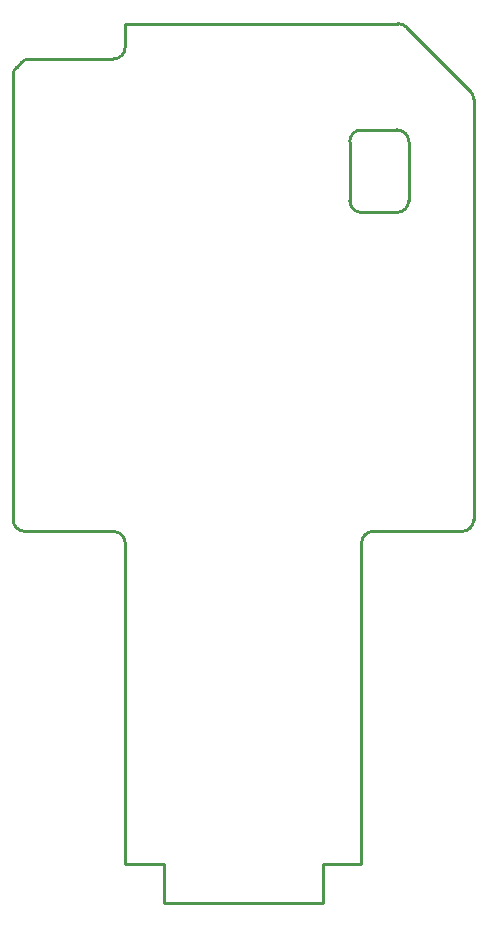
<source format=gbr>
%TF.GenerationSoftware,KiCad,Pcbnew,8.0.8*%
%TF.CreationDate,2025-03-31T21:39:46-04:00*%
%TF.ProjectId,vindriktrning-esp32-s3,76696e64-7269-46b7-9472-6e696e672d65,rev?*%
%TF.SameCoordinates,Original*%
%TF.FileFunction,Profile,NP*%
%FSLAX46Y46*%
G04 Gerber Fmt 4.6, Leading zero omitted, Abs format (unit mm)*
G04 Created by KiCad (PCBNEW 8.0.8) date 2025-03-31 21:39:46*
%MOMM*%
%LPD*%
G01*
G04 APERTURE LIST*
%TA.AperFunction,Profile*%
%ADD10C,0.250000*%
%TD*%
G04 APERTURE END LIST*
D10*
X82825000Y-81664248D02*
G75*
G02*
X83123819Y-80951207I1000500J-152D01*
G01*
X116325000Y-92250048D02*
X116325000Y-87250000D01*
X109025000Y-151750000D02*
X95625000Y-151750000D01*
X115324997Y-86250000D02*
G75*
G02*
X116325000Y-87250000I3J-1000000D01*
G01*
X121532122Y-82957122D02*
G75*
G02*
X121824990Y-83664214I-707122J-707078D01*
G01*
X109025000Y-151750000D02*
X109025000Y-148450000D01*
X113334996Y-120250000D02*
X120825000Y-120250000D01*
X111325000Y-87250048D02*
G75*
G02*
X112315198Y-86249950I1000200J-52D01*
G01*
X112325097Y-93250000D02*
X115325000Y-93250000D01*
X91325000Y-80250000D02*
X84239297Y-80250000D01*
X83123806Y-80951194D02*
X83532026Y-80542975D01*
X112325097Y-93250000D02*
G75*
G02*
X111324956Y-92260340I3J1000200D01*
G01*
X121825000Y-119250048D02*
X121825000Y-83664214D01*
X83824997Y-120250000D02*
G75*
G02*
X82824956Y-119260340I103J1000200D01*
G01*
X116117893Y-77542894D02*
X121532122Y-82957122D01*
X116325000Y-92250048D02*
G75*
G02*
X115325000Y-93250000I-1000000J48D01*
G01*
X84239297Y-80250015D02*
X84239297Y-80250000D01*
X82825000Y-81664248D02*
X82825000Y-119260340D01*
X115324997Y-86250000D02*
X112315198Y-86250000D01*
X92325000Y-148450000D02*
X95625000Y-148450000D01*
X112325000Y-121250148D02*
G75*
G02*
X113334997Y-120249948I1000200J48D01*
G01*
X92325000Y-148450000D02*
X92325000Y-121250000D01*
X92325000Y-79250048D02*
G75*
G02*
X91325000Y-80250000I-1000000J48D01*
G01*
X111325000Y-87250048D02*
X111325000Y-92260340D01*
X83532026Y-80542975D02*
G75*
G02*
X84239297Y-80250057I707274J-707425D01*
G01*
X95625000Y-148450000D02*
X95625000Y-151750000D01*
X121825000Y-119250048D02*
G75*
G02*
X120825000Y-120250000I-1000000J48D01*
G01*
X91324997Y-120250000D02*
G75*
G02*
X92325000Y-121250000I3J-1000000D01*
G01*
X83824997Y-120250000D02*
X91324997Y-120250000D01*
X92325000Y-79250048D02*
X92325000Y-77250000D01*
X112325000Y-121250148D02*
X112325000Y-148450000D01*
X109025000Y-148450000D02*
X112325000Y-148450000D01*
X115410797Y-77250000D02*
G75*
G02*
X116117900Y-77542887I3J-1000000D01*
G01*
X92325000Y-77250000D02*
X115410797Y-77250000D01*
M02*

</source>
